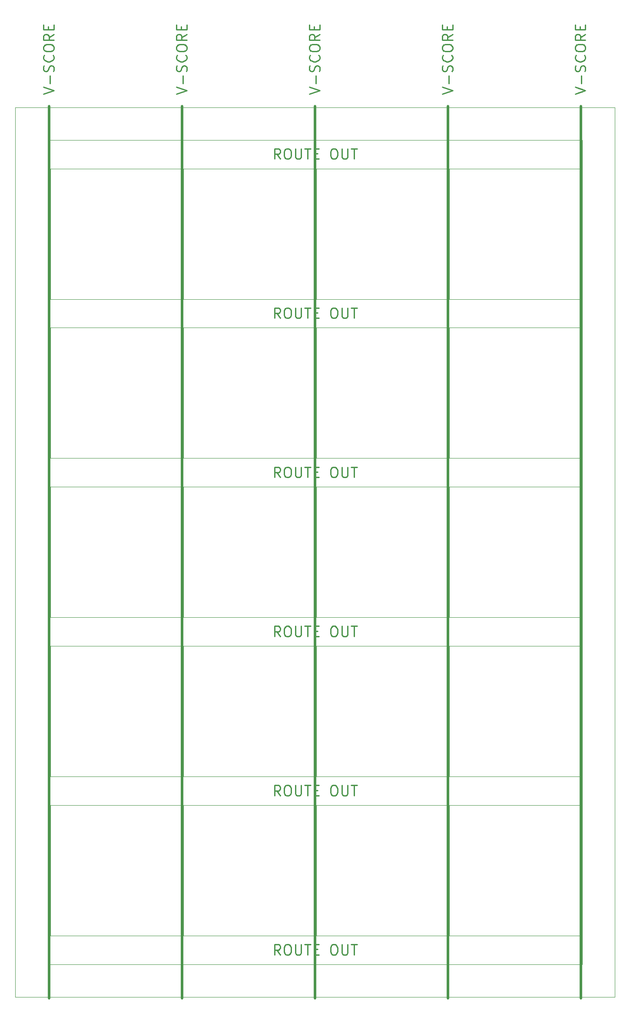
<source format=gko>
%TF.GenerationSoftware,KiCad,Pcbnew,8.0.8*%
%TF.CreationDate,2025-02-19T12:52:30-07:00*%
%TF.ProjectId,SparkFun_Audio_Player_Breakout_MY1690X-16S_panelized,53706172-6b46-4756-9e5f-417564696f5f,v10*%
%TF.SameCoordinates,Original*%
%TF.FileFunction,Soldermask,Bot*%
%TF.FilePolarity,Negative*%
%FSLAX46Y46*%
G04 Gerber Fmt 4.6, Leading zero omitted, Abs format (unit mm)*
G04 Created by KiCad (PCBNEW 8.0.8) date 2025-02-19 12:52:30*
%MOMM*%
%LPD*%
G01*
G04 APERTURE LIST*
%TA.AperFunction,Profile*%
%ADD10C,0.100000*%
%TD*%
%ADD11C,0.250000*%
%ADD12C,0.500000*%
G04 APERTURE END LIST*
D10*
X-500000Y-5580000D02*
X-500000Y154900000D01*
X103600000Y-5580000D02*
X-500000Y-5580000D01*
X103600000Y154900000D02*
X103600000Y-5580000D01*
X-500000Y154900000D02*
X103600000Y154900000D01*
X-6850000Y-11930000D02*
X-6850000Y161250000D01*
X109950000Y-11930000D02*
X-6850000Y-11930000D01*
X109950000Y161250000D02*
X109950000Y-11930000D01*
X-6850000Y161250000D02*
X109950000Y161250000D01*
X103100000Y123920000D02*
X103100000Y149320000D01*
X103100000Y92940000D02*
X103100000Y118340000D01*
X103100000Y61960000D02*
X103100000Y87360000D01*
X103100000Y30980000D02*
X103100000Y56380000D01*
X103100000Y0D02*
X103100000Y25400000D01*
X77200000Y123920000D02*
X77200000Y149320000D01*
X77200000Y92940000D02*
X77200000Y118340000D01*
X77200000Y61960000D02*
X77200000Y87360000D01*
X77200000Y30980000D02*
X77200000Y56380000D01*
X77200000Y0D02*
X77200000Y25400000D01*
X51300000Y123920000D02*
X51300000Y149320000D01*
X51300000Y92940000D02*
X51300000Y118340000D01*
X51300000Y61960000D02*
X51300000Y87360000D01*
X51300000Y30980000D02*
X51300000Y56380000D01*
X51300000Y0D02*
X51300000Y25400000D01*
X25400000Y123920000D02*
X25400000Y149320000D01*
X25400000Y92940000D02*
X25400000Y118340000D01*
X25400000Y61960000D02*
X25400000Y87360000D01*
X25400000Y30980000D02*
X25400000Y56380000D01*
X77700000Y123920000D02*
X103100000Y123920000D01*
X77700000Y92940000D02*
X103100000Y92940000D01*
X77700000Y61960000D02*
X103100000Y61960000D01*
X77700000Y30980000D02*
X103100000Y30980000D01*
X77700000Y0D02*
X103100000Y0D01*
X51800000Y123920000D02*
X77200000Y123920000D01*
X51800000Y92940000D02*
X77200000Y92940000D01*
X51800000Y61960000D02*
X77200000Y61960000D01*
X51800000Y30980000D02*
X77200000Y30980000D01*
X51800000Y0D02*
X77200000Y0D01*
X25900000Y123920000D02*
X51300000Y123920000D01*
X25900000Y92940000D02*
X51300000Y92940000D01*
X25900000Y61960000D02*
X51300000Y61960000D01*
X25900000Y30980000D02*
X51300000Y30980000D01*
X25900000Y0D02*
X51300000Y0D01*
X0Y123920000D02*
X25400000Y123920000D01*
X0Y92940000D02*
X25400000Y92940000D01*
X0Y61960000D02*
X25400000Y61960000D01*
X0Y30980000D02*
X25400000Y30980000D01*
X103100000Y149320000D02*
X77700000Y149320000D01*
X103100000Y118340000D02*
X77700000Y118340000D01*
X103100000Y87360000D02*
X77700000Y87360000D01*
X103100000Y56380000D02*
X77700000Y56380000D01*
X103100000Y25400000D02*
X77700000Y25400000D01*
X77200000Y149320000D02*
X51800000Y149320000D01*
X77200000Y118340000D02*
X51800000Y118340000D01*
X77200000Y87360000D02*
X51800000Y87360000D01*
X77200000Y56380000D02*
X51800000Y56380000D01*
X77200000Y25400000D02*
X51800000Y25400000D01*
X51300000Y149320000D02*
X25900000Y149320000D01*
X51300000Y118340000D02*
X25900000Y118340000D01*
X51300000Y87360000D02*
X25900000Y87360000D01*
X51300000Y56380000D02*
X25900000Y56380000D01*
X51300000Y25400000D02*
X25900000Y25400000D01*
X25400000Y149320000D02*
X0Y149320000D01*
X25400000Y118340000D02*
X0Y118340000D01*
X25400000Y87360000D02*
X0Y87360000D01*
X25400000Y56380000D02*
X0Y56380000D01*
X77700000Y149320000D02*
X77700000Y123920000D01*
X77700000Y118340000D02*
X77700000Y92940000D01*
X77700000Y87360000D02*
X77700000Y61960000D01*
X77700000Y56380000D02*
X77700000Y30980000D01*
X77700000Y25400000D02*
X77700000Y0D01*
X51800000Y149320000D02*
X51800000Y123920000D01*
X51800000Y118340000D02*
X51800000Y92940000D01*
X51800000Y87360000D02*
X51800000Y61960000D01*
X51800000Y56380000D02*
X51800000Y30980000D01*
X51800000Y25400000D02*
X51800000Y0D01*
X25900000Y149320000D02*
X25900000Y123920000D01*
X25900000Y118340000D02*
X25900000Y92940000D01*
X25900000Y87360000D02*
X25900000Y61960000D01*
X25900000Y56380000D02*
X25900000Y30980000D01*
X25900000Y25400000D02*
X25900000Y0D01*
X0Y149320000D02*
X0Y123920000D01*
X0Y118340000D02*
X0Y92940000D01*
X0Y87360000D02*
X0Y61960000D01*
X0Y56380000D02*
X0Y30980000D01*
X0Y25400000D02*
X0Y0D01*
X25400000Y25400000D02*
X0Y25400000D01*
X0Y0D02*
X25400000Y0D01*
X25400000Y0D02*
X25400000Y25400000D01*
D11*
X44788094Y-3702238D02*
X44121427Y-2749857D01*
X43645237Y-3702238D02*
X43645237Y-1702238D01*
X43645237Y-1702238D02*
X44407142Y-1702238D01*
X44407142Y-1702238D02*
X44597618Y-1797476D01*
X44597618Y-1797476D02*
X44692856Y-1892714D01*
X44692856Y-1892714D02*
X44788094Y-2083190D01*
X44788094Y-2083190D02*
X44788094Y-2368904D01*
X44788094Y-2368904D02*
X44692856Y-2559380D01*
X44692856Y-2559380D02*
X44597618Y-2654619D01*
X44597618Y-2654619D02*
X44407142Y-2749857D01*
X44407142Y-2749857D02*
X43645237Y-2749857D01*
X46026189Y-1702238D02*
X46407142Y-1702238D01*
X46407142Y-1702238D02*
X46597618Y-1797476D01*
X46597618Y-1797476D02*
X46788094Y-1987952D01*
X46788094Y-1987952D02*
X46883332Y-2368904D01*
X46883332Y-2368904D02*
X46883332Y-3035571D01*
X46883332Y-3035571D02*
X46788094Y-3416523D01*
X46788094Y-3416523D02*
X46597618Y-3607000D01*
X46597618Y-3607000D02*
X46407142Y-3702238D01*
X46407142Y-3702238D02*
X46026189Y-3702238D01*
X46026189Y-3702238D02*
X45835713Y-3607000D01*
X45835713Y-3607000D02*
X45645237Y-3416523D01*
X45645237Y-3416523D02*
X45549999Y-3035571D01*
X45549999Y-3035571D02*
X45549999Y-2368904D01*
X45549999Y-2368904D02*
X45645237Y-1987952D01*
X45645237Y-1987952D02*
X45835713Y-1797476D01*
X45835713Y-1797476D02*
X46026189Y-1702238D01*
X47740475Y-1702238D02*
X47740475Y-3321285D01*
X47740475Y-3321285D02*
X47835713Y-3511761D01*
X47835713Y-3511761D02*
X47930951Y-3607000D01*
X47930951Y-3607000D02*
X48121427Y-3702238D01*
X48121427Y-3702238D02*
X48502380Y-3702238D01*
X48502380Y-3702238D02*
X48692856Y-3607000D01*
X48692856Y-3607000D02*
X48788094Y-3511761D01*
X48788094Y-3511761D02*
X48883332Y-3321285D01*
X48883332Y-3321285D02*
X48883332Y-1702238D01*
X49549999Y-1702238D02*
X50692856Y-1702238D01*
X50121427Y-3702238D02*
X50121427Y-1702238D01*
X51359523Y-2654619D02*
X52026190Y-2654619D01*
X52311904Y-3702238D02*
X51359523Y-3702238D01*
X51359523Y-3702238D02*
X51359523Y-1702238D01*
X51359523Y-1702238D02*
X52311904Y-1702238D01*
X55073809Y-1702238D02*
X55454762Y-1702238D01*
X55454762Y-1702238D02*
X55645238Y-1797476D01*
X55645238Y-1797476D02*
X55835714Y-1987952D01*
X55835714Y-1987952D02*
X55930952Y-2368904D01*
X55930952Y-2368904D02*
X55930952Y-3035571D01*
X55930952Y-3035571D02*
X55835714Y-3416523D01*
X55835714Y-3416523D02*
X55645238Y-3607000D01*
X55645238Y-3607000D02*
X55454762Y-3702238D01*
X55454762Y-3702238D02*
X55073809Y-3702238D01*
X55073809Y-3702238D02*
X54883333Y-3607000D01*
X54883333Y-3607000D02*
X54692857Y-3416523D01*
X54692857Y-3416523D02*
X54597619Y-3035571D01*
X54597619Y-3035571D02*
X54597619Y-2368904D01*
X54597619Y-2368904D02*
X54692857Y-1987952D01*
X54692857Y-1987952D02*
X54883333Y-1797476D01*
X54883333Y-1797476D02*
X55073809Y-1702238D01*
X56788095Y-1702238D02*
X56788095Y-3321285D01*
X56788095Y-3321285D02*
X56883333Y-3511761D01*
X56883333Y-3511761D02*
X56978571Y-3607000D01*
X56978571Y-3607000D02*
X57169047Y-3702238D01*
X57169047Y-3702238D02*
X57550000Y-3702238D01*
X57550000Y-3702238D02*
X57740476Y-3607000D01*
X57740476Y-3607000D02*
X57835714Y-3511761D01*
X57835714Y-3511761D02*
X57930952Y-3321285D01*
X57930952Y-3321285D02*
X57930952Y-1702238D01*
X58597619Y-1702238D02*
X59740476Y-1702238D01*
X59169047Y-3702238D02*
X59169047Y-1702238D01*
X44788094Y27277762D02*
X44121427Y28230143D01*
X43645237Y27277762D02*
X43645237Y29277762D01*
X43645237Y29277762D02*
X44407142Y29277762D01*
X44407142Y29277762D02*
X44597618Y29182524D01*
X44597618Y29182524D02*
X44692856Y29087286D01*
X44692856Y29087286D02*
X44788094Y28896810D01*
X44788094Y28896810D02*
X44788094Y28611096D01*
X44788094Y28611096D02*
X44692856Y28420620D01*
X44692856Y28420620D02*
X44597618Y28325381D01*
X44597618Y28325381D02*
X44407142Y28230143D01*
X44407142Y28230143D02*
X43645237Y28230143D01*
X46026189Y29277762D02*
X46407142Y29277762D01*
X46407142Y29277762D02*
X46597618Y29182524D01*
X46597618Y29182524D02*
X46788094Y28992048D01*
X46788094Y28992048D02*
X46883332Y28611096D01*
X46883332Y28611096D02*
X46883332Y27944429D01*
X46883332Y27944429D02*
X46788094Y27563477D01*
X46788094Y27563477D02*
X46597618Y27373000D01*
X46597618Y27373000D02*
X46407142Y27277762D01*
X46407142Y27277762D02*
X46026189Y27277762D01*
X46026189Y27277762D02*
X45835713Y27373000D01*
X45835713Y27373000D02*
X45645237Y27563477D01*
X45645237Y27563477D02*
X45549999Y27944429D01*
X45549999Y27944429D02*
X45549999Y28611096D01*
X45549999Y28611096D02*
X45645237Y28992048D01*
X45645237Y28992048D02*
X45835713Y29182524D01*
X45835713Y29182524D02*
X46026189Y29277762D01*
X47740475Y29277762D02*
X47740475Y27658715D01*
X47740475Y27658715D02*
X47835713Y27468239D01*
X47835713Y27468239D02*
X47930951Y27373000D01*
X47930951Y27373000D02*
X48121427Y27277762D01*
X48121427Y27277762D02*
X48502380Y27277762D01*
X48502380Y27277762D02*
X48692856Y27373000D01*
X48692856Y27373000D02*
X48788094Y27468239D01*
X48788094Y27468239D02*
X48883332Y27658715D01*
X48883332Y27658715D02*
X48883332Y29277762D01*
X49549999Y29277762D02*
X50692856Y29277762D01*
X50121427Y27277762D02*
X50121427Y29277762D01*
X51359523Y28325381D02*
X52026190Y28325381D01*
X52311904Y27277762D02*
X51359523Y27277762D01*
X51359523Y27277762D02*
X51359523Y29277762D01*
X51359523Y29277762D02*
X52311904Y29277762D01*
X55073809Y29277762D02*
X55454762Y29277762D01*
X55454762Y29277762D02*
X55645238Y29182524D01*
X55645238Y29182524D02*
X55835714Y28992048D01*
X55835714Y28992048D02*
X55930952Y28611096D01*
X55930952Y28611096D02*
X55930952Y27944429D01*
X55930952Y27944429D02*
X55835714Y27563477D01*
X55835714Y27563477D02*
X55645238Y27373000D01*
X55645238Y27373000D02*
X55454762Y27277762D01*
X55454762Y27277762D02*
X55073809Y27277762D01*
X55073809Y27277762D02*
X54883333Y27373000D01*
X54883333Y27373000D02*
X54692857Y27563477D01*
X54692857Y27563477D02*
X54597619Y27944429D01*
X54597619Y27944429D02*
X54597619Y28611096D01*
X54597619Y28611096D02*
X54692857Y28992048D01*
X54692857Y28992048D02*
X54883333Y29182524D01*
X54883333Y29182524D02*
X55073809Y29277762D01*
X56788095Y29277762D02*
X56788095Y27658715D01*
X56788095Y27658715D02*
X56883333Y27468239D01*
X56883333Y27468239D02*
X56978571Y27373000D01*
X56978571Y27373000D02*
X57169047Y27277762D01*
X57169047Y27277762D02*
X57550000Y27277762D01*
X57550000Y27277762D02*
X57740476Y27373000D01*
X57740476Y27373000D02*
X57835714Y27468239D01*
X57835714Y27468239D02*
X57930952Y27658715D01*
X57930952Y27658715D02*
X57930952Y29277762D01*
X58597619Y29277762D02*
X59740476Y29277762D01*
X59169047Y27277762D02*
X59169047Y29277762D01*
X44788094Y58257762D02*
X44121427Y59210143D01*
X43645237Y58257762D02*
X43645237Y60257762D01*
X43645237Y60257762D02*
X44407142Y60257762D01*
X44407142Y60257762D02*
X44597618Y60162524D01*
X44597618Y60162524D02*
X44692856Y60067286D01*
X44692856Y60067286D02*
X44788094Y59876810D01*
X44788094Y59876810D02*
X44788094Y59591096D01*
X44788094Y59591096D02*
X44692856Y59400620D01*
X44692856Y59400620D02*
X44597618Y59305381D01*
X44597618Y59305381D02*
X44407142Y59210143D01*
X44407142Y59210143D02*
X43645237Y59210143D01*
X46026189Y60257762D02*
X46407142Y60257762D01*
X46407142Y60257762D02*
X46597618Y60162524D01*
X46597618Y60162524D02*
X46788094Y59972048D01*
X46788094Y59972048D02*
X46883332Y59591096D01*
X46883332Y59591096D02*
X46883332Y58924429D01*
X46883332Y58924429D02*
X46788094Y58543477D01*
X46788094Y58543477D02*
X46597618Y58353000D01*
X46597618Y58353000D02*
X46407142Y58257762D01*
X46407142Y58257762D02*
X46026189Y58257762D01*
X46026189Y58257762D02*
X45835713Y58353000D01*
X45835713Y58353000D02*
X45645237Y58543477D01*
X45645237Y58543477D02*
X45549999Y58924429D01*
X45549999Y58924429D02*
X45549999Y59591096D01*
X45549999Y59591096D02*
X45645237Y59972048D01*
X45645237Y59972048D02*
X45835713Y60162524D01*
X45835713Y60162524D02*
X46026189Y60257762D01*
X47740475Y60257762D02*
X47740475Y58638715D01*
X47740475Y58638715D02*
X47835713Y58448239D01*
X47835713Y58448239D02*
X47930951Y58353000D01*
X47930951Y58353000D02*
X48121427Y58257762D01*
X48121427Y58257762D02*
X48502380Y58257762D01*
X48502380Y58257762D02*
X48692856Y58353000D01*
X48692856Y58353000D02*
X48788094Y58448239D01*
X48788094Y58448239D02*
X48883332Y58638715D01*
X48883332Y58638715D02*
X48883332Y60257762D01*
X49549999Y60257762D02*
X50692856Y60257762D01*
X50121427Y58257762D02*
X50121427Y60257762D01*
X51359523Y59305381D02*
X52026190Y59305381D01*
X52311904Y58257762D02*
X51359523Y58257762D01*
X51359523Y58257762D02*
X51359523Y60257762D01*
X51359523Y60257762D02*
X52311904Y60257762D01*
X55073809Y60257762D02*
X55454762Y60257762D01*
X55454762Y60257762D02*
X55645238Y60162524D01*
X55645238Y60162524D02*
X55835714Y59972048D01*
X55835714Y59972048D02*
X55930952Y59591096D01*
X55930952Y59591096D02*
X55930952Y58924429D01*
X55930952Y58924429D02*
X55835714Y58543477D01*
X55835714Y58543477D02*
X55645238Y58353000D01*
X55645238Y58353000D02*
X55454762Y58257762D01*
X55454762Y58257762D02*
X55073809Y58257762D01*
X55073809Y58257762D02*
X54883333Y58353000D01*
X54883333Y58353000D02*
X54692857Y58543477D01*
X54692857Y58543477D02*
X54597619Y58924429D01*
X54597619Y58924429D02*
X54597619Y59591096D01*
X54597619Y59591096D02*
X54692857Y59972048D01*
X54692857Y59972048D02*
X54883333Y60162524D01*
X54883333Y60162524D02*
X55073809Y60257762D01*
X56788095Y60257762D02*
X56788095Y58638715D01*
X56788095Y58638715D02*
X56883333Y58448239D01*
X56883333Y58448239D02*
X56978571Y58353000D01*
X56978571Y58353000D02*
X57169047Y58257762D01*
X57169047Y58257762D02*
X57550000Y58257762D01*
X57550000Y58257762D02*
X57740476Y58353000D01*
X57740476Y58353000D02*
X57835714Y58448239D01*
X57835714Y58448239D02*
X57930952Y58638715D01*
X57930952Y58638715D02*
X57930952Y60257762D01*
X58597619Y60257762D02*
X59740476Y60257762D01*
X59169047Y58257762D02*
X59169047Y60257762D01*
X44788094Y89237762D02*
X44121427Y90190143D01*
X43645237Y89237762D02*
X43645237Y91237762D01*
X43645237Y91237762D02*
X44407142Y91237762D01*
X44407142Y91237762D02*
X44597618Y91142524D01*
X44597618Y91142524D02*
X44692856Y91047286D01*
X44692856Y91047286D02*
X44788094Y90856810D01*
X44788094Y90856810D02*
X44788094Y90571096D01*
X44788094Y90571096D02*
X44692856Y90380620D01*
X44692856Y90380620D02*
X44597618Y90285381D01*
X44597618Y90285381D02*
X44407142Y90190143D01*
X44407142Y90190143D02*
X43645237Y90190143D01*
X46026189Y91237762D02*
X46407142Y91237762D01*
X46407142Y91237762D02*
X46597618Y91142524D01*
X46597618Y91142524D02*
X46788094Y90952048D01*
X46788094Y90952048D02*
X46883332Y90571096D01*
X46883332Y90571096D02*
X46883332Y89904429D01*
X46883332Y89904429D02*
X46788094Y89523477D01*
X46788094Y89523477D02*
X46597618Y89333000D01*
X46597618Y89333000D02*
X46407142Y89237762D01*
X46407142Y89237762D02*
X46026189Y89237762D01*
X46026189Y89237762D02*
X45835713Y89333000D01*
X45835713Y89333000D02*
X45645237Y89523477D01*
X45645237Y89523477D02*
X45549999Y89904429D01*
X45549999Y89904429D02*
X45549999Y90571096D01*
X45549999Y90571096D02*
X45645237Y90952048D01*
X45645237Y90952048D02*
X45835713Y91142524D01*
X45835713Y91142524D02*
X46026189Y91237762D01*
X47740475Y91237762D02*
X47740475Y89618715D01*
X47740475Y89618715D02*
X47835713Y89428239D01*
X47835713Y89428239D02*
X47930951Y89333000D01*
X47930951Y89333000D02*
X48121427Y89237762D01*
X48121427Y89237762D02*
X48502380Y89237762D01*
X48502380Y89237762D02*
X48692856Y89333000D01*
X48692856Y89333000D02*
X48788094Y89428239D01*
X48788094Y89428239D02*
X48883332Y89618715D01*
X48883332Y89618715D02*
X48883332Y91237762D01*
X49549999Y91237762D02*
X50692856Y91237762D01*
X50121427Y89237762D02*
X50121427Y91237762D01*
X51359523Y90285381D02*
X52026190Y90285381D01*
X52311904Y89237762D02*
X51359523Y89237762D01*
X51359523Y89237762D02*
X51359523Y91237762D01*
X51359523Y91237762D02*
X52311904Y91237762D01*
X55073809Y91237762D02*
X55454762Y91237762D01*
X55454762Y91237762D02*
X55645238Y91142524D01*
X55645238Y91142524D02*
X55835714Y90952048D01*
X55835714Y90952048D02*
X55930952Y90571096D01*
X55930952Y90571096D02*
X55930952Y89904429D01*
X55930952Y89904429D02*
X55835714Y89523477D01*
X55835714Y89523477D02*
X55645238Y89333000D01*
X55645238Y89333000D02*
X55454762Y89237762D01*
X55454762Y89237762D02*
X55073809Y89237762D01*
X55073809Y89237762D02*
X54883333Y89333000D01*
X54883333Y89333000D02*
X54692857Y89523477D01*
X54692857Y89523477D02*
X54597619Y89904429D01*
X54597619Y89904429D02*
X54597619Y90571096D01*
X54597619Y90571096D02*
X54692857Y90952048D01*
X54692857Y90952048D02*
X54883333Y91142524D01*
X54883333Y91142524D02*
X55073809Y91237762D01*
X56788095Y91237762D02*
X56788095Y89618715D01*
X56788095Y89618715D02*
X56883333Y89428239D01*
X56883333Y89428239D02*
X56978571Y89333000D01*
X56978571Y89333000D02*
X57169047Y89237762D01*
X57169047Y89237762D02*
X57550000Y89237762D01*
X57550000Y89237762D02*
X57740476Y89333000D01*
X57740476Y89333000D02*
X57835714Y89428239D01*
X57835714Y89428239D02*
X57930952Y89618715D01*
X57930952Y89618715D02*
X57930952Y91237762D01*
X58597619Y91237762D02*
X59740476Y91237762D01*
X59169047Y89237762D02*
X59169047Y91237762D01*
X44788094Y120217761D02*
X44121427Y121170142D01*
X43645237Y120217761D02*
X43645237Y122217761D01*
X43645237Y122217761D02*
X44407142Y122217761D01*
X44407142Y122217761D02*
X44597618Y122122523D01*
X44597618Y122122523D02*
X44692856Y122027285D01*
X44692856Y122027285D02*
X44788094Y121836809D01*
X44788094Y121836809D02*
X44788094Y121551095D01*
X44788094Y121551095D02*
X44692856Y121360619D01*
X44692856Y121360619D02*
X44597618Y121265380D01*
X44597618Y121265380D02*
X44407142Y121170142D01*
X44407142Y121170142D02*
X43645237Y121170142D01*
X46026189Y122217761D02*
X46407142Y122217761D01*
X46407142Y122217761D02*
X46597618Y122122523D01*
X46597618Y122122523D02*
X46788094Y121932047D01*
X46788094Y121932047D02*
X46883332Y121551095D01*
X46883332Y121551095D02*
X46883332Y120884428D01*
X46883332Y120884428D02*
X46788094Y120503476D01*
X46788094Y120503476D02*
X46597618Y120313000D01*
X46597618Y120313000D02*
X46407142Y120217761D01*
X46407142Y120217761D02*
X46026189Y120217761D01*
X46026189Y120217761D02*
X45835713Y120313000D01*
X45835713Y120313000D02*
X45645237Y120503476D01*
X45645237Y120503476D02*
X45549999Y120884428D01*
X45549999Y120884428D02*
X45549999Y121551095D01*
X45549999Y121551095D02*
X45645237Y121932047D01*
X45645237Y121932047D02*
X45835713Y122122523D01*
X45835713Y122122523D02*
X46026189Y122217761D01*
X47740475Y122217761D02*
X47740475Y120598714D01*
X47740475Y120598714D02*
X47835713Y120408238D01*
X47835713Y120408238D02*
X47930951Y120313000D01*
X47930951Y120313000D02*
X48121427Y120217761D01*
X48121427Y120217761D02*
X48502380Y120217761D01*
X48502380Y120217761D02*
X48692856Y120313000D01*
X48692856Y120313000D02*
X48788094Y120408238D01*
X48788094Y120408238D02*
X48883332Y120598714D01*
X48883332Y120598714D02*
X48883332Y122217761D01*
X49549999Y122217761D02*
X50692856Y122217761D01*
X50121427Y120217761D02*
X50121427Y122217761D01*
X51359523Y121265380D02*
X52026190Y121265380D01*
X52311904Y120217761D02*
X51359523Y120217761D01*
X51359523Y120217761D02*
X51359523Y122217761D01*
X51359523Y122217761D02*
X52311904Y122217761D01*
X55073809Y122217761D02*
X55454762Y122217761D01*
X55454762Y122217761D02*
X55645238Y122122523D01*
X55645238Y122122523D02*
X55835714Y121932047D01*
X55835714Y121932047D02*
X55930952Y121551095D01*
X55930952Y121551095D02*
X55930952Y120884428D01*
X55930952Y120884428D02*
X55835714Y120503476D01*
X55835714Y120503476D02*
X55645238Y120313000D01*
X55645238Y120313000D02*
X55454762Y120217761D01*
X55454762Y120217761D02*
X55073809Y120217761D01*
X55073809Y120217761D02*
X54883333Y120313000D01*
X54883333Y120313000D02*
X54692857Y120503476D01*
X54692857Y120503476D02*
X54597619Y120884428D01*
X54597619Y120884428D02*
X54597619Y121551095D01*
X54597619Y121551095D02*
X54692857Y121932047D01*
X54692857Y121932047D02*
X54883333Y122122523D01*
X54883333Y122122523D02*
X55073809Y122217761D01*
X56788095Y122217761D02*
X56788095Y120598714D01*
X56788095Y120598714D02*
X56883333Y120408238D01*
X56883333Y120408238D02*
X56978571Y120313000D01*
X56978571Y120313000D02*
X57169047Y120217761D01*
X57169047Y120217761D02*
X57550000Y120217761D01*
X57550000Y120217761D02*
X57740476Y120313000D01*
X57740476Y120313000D02*
X57835714Y120408238D01*
X57835714Y120408238D02*
X57930952Y120598714D01*
X57930952Y120598714D02*
X57930952Y122217761D01*
X58597619Y122217761D02*
X59740476Y122217761D01*
X59169047Y120217761D02*
X59169047Y122217761D01*
X44788094Y151197761D02*
X44121427Y152150142D01*
X43645237Y151197761D02*
X43645237Y153197761D01*
X43645237Y153197761D02*
X44407142Y153197761D01*
X44407142Y153197761D02*
X44597618Y153102523D01*
X44597618Y153102523D02*
X44692856Y153007285D01*
X44692856Y153007285D02*
X44788094Y152816809D01*
X44788094Y152816809D02*
X44788094Y152531095D01*
X44788094Y152531095D02*
X44692856Y152340619D01*
X44692856Y152340619D02*
X44597618Y152245380D01*
X44597618Y152245380D02*
X44407142Y152150142D01*
X44407142Y152150142D02*
X43645237Y152150142D01*
X46026189Y153197761D02*
X46407142Y153197761D01*
X46407142Y153197761D02*
X46597618Y153102523D01*
X46597618Y153102523D02*
X46788094Y152912047D01*
X46788094Y152912047D02*
X46883332Y152531095D01*
X46883332Y152531095D02*
X46883332Y151864428D01*
X46883332Y151864428D02*
X46788094Y151483476D01*
X46788094Y151483476D02*
X46597618Y151293000D01*
X46597618Y151293000D02*
X46407142Y151197761D01*
X46407142Y151197761D02*
X46026189Y151197761D01*
X46026189Y151197761D02*
X45835713Y151293000D01*
X45835713Y151293000D02*
X45645237Y151483476D01*
X45645237Y151483476D02*
X45549999Y151864428D01*
X45549999Y151864428D02*
X45549999Y152531095D01*
X45549999Y152531095D02*
X45645237Y152912047D01*
X45645237Y152912047D02*
X45835713Y153102523D01*
X45835713Y153102523D02*
X46026189Y153197761D01*
X47740475Y153197761D02*
X47740475Y151578714D01*
X47740475Y151578714D02*
X47835713Y151388238D01*
X47835713Y151388238D02*
X47930951Y151293000D01*
X47930951Y151293000D02*
X48121427Y151197761D01*
X48121427Y151197761D02*
X48502380Y151197761D01*
X48502380Y151197761D02*
X48692856Y151293000D01*
X48692856Y151293000D02*
X48788094Y151388238D01*
X48788094Y151388238D02*
X48883332Y151578714D01*
X48883332Y151578714D02*
X48883332Y153197761D01*
X49549999Y153197761D02*
X50692856Y153197761D01*
X50121427Y151197761D02*
X50121427Y153197761D01*
X51359523Y152245380D02*
X52026190Y152245380D01*
X52311904Y151197761D02*
X51359523Y151197761D01*
X51359523Y151197761D02*
X51359523Y153197761D01*
X51359523Y153197761D02*
X52311904Y153197761D01*
X55073809Y153197761D02*
X55454762Y153197761D01*
X55454762Y153197761D02*
X55645238Y153102523D01*
X55645238Y153102523D02*
X55835714Y152912047D01*
X55835714Y152912047D02*
X55930952Y152531095D01*
X55930952Y152531095D02*
X55930952Y151864428D01*
X55930952Y151864428D02*
X55835714Y151483476D01*
X55835714Y151483476D02*
X55645238Y151293000D01*
X55645238Y151293000D02*
X55454762Y151197761D01*
X55454762Y151197761D02*
X55073809Y151197761D01*
X55073809Y151197761D02*
X54883333Y151293000D01*
X54883333Y151293000D02*
X54692857Y151483476D01*
X54692857Y151483476D02*
X54597619Y151864428D01*
X54597619Y151864428D02*
X54597619Y152531095D01*
X54597619Y152531095D02*
X54692857Y152912047D01*
X54692857Y152912047D02*
X54883333Y153102523D01*
X54883333Y153102523D02*
X55073809Y153197761D01*
X56788095Y153197761D02*
X56788095Y151578714D01*
X56788095Y151578714D02*
X56883333Y151388238D01*
X56883333Y151388238D02*
X56978571Y151293000D01*
X56978571Y151293000D02*
X57169047Y151197761D01*
X57169047Y151197761D02*
X57550000Y151197761D01*
X57550000Y151197761D02*
X57740476Y151293000D01*
X57740476Y151293000D02*
X57835714Y151388238D01*
X57835714Y151388238D02*
X57930952Y151578714D01*
X57930952Y151578714D02*
X57930952Y153197761D01*
X58597619Y153197761D02*
X59740476Y153197761D01*
X59169047Y151197761D02*
X59169047Y153197761D01*
X102262238Y163854949D02*
X104262238Y164521615D01*
X104262238Y164521615D02*
X102262238Y165188282D01*
X103500333Y165854949D02*
X103500333Y167378759D01*
X104167000Y168235901D02*
X104262238Y168521615D01*
X104262238Y168521615D02*
X104262238Y168997806D01*
X104262238Y168997806D02*
X104167000Y169188282D01*
X104167000Y169188282D02*
X104071761Y169283520D01*
X104071761Y169283520D02*
X103881285Y169378758D01*
X103881285Y169378758D02*
X103690809Y169378758D01*
X103690809Y169378758D02*
X103500333Y169283520D01*
X103500333Y169283520D02*
X103405095Y169188282D01*
X103405095Y169188282D02*
X103309857Y168997806D01*
X103309857Y168997806D02*
X103214619Y168616853D01*
X103214619Y168616853D02*
X103119380Y168426377D01*
X103119380Y168426377D02*
X103024142Y168331139D01*
X103024142Y168331139D02*
X102833666Y168235901D01*
X102833666Y168235901D02*
X102643190Y168235901D01*
X102643190Y168235901D02*
X102452714Y168331139D01*
X102452714Y168331139D02*
X102357476Y168426377D01*
X102357476Y168426377D02*
X102262238Y168616853D01*
X102262238Y168616853D02*
X102262238Y169093044D01*
X102262238Y169093044D02*
X102357476Y169378758D01*
X104071761Y171378758D02*
X104167000Y171283520D01*
X104167000Y171283520D02*
X104262238Y170997806D01*
X104262238Y170997806D02*
X104262238Y170807330D01*
X104262238Y170807330D02*
X104167000Y170521615D01*
X104167000Y170521615D02*
X103976523Y170331139D01*
X103976523Y170331139D02*
X103786047Y170235901D01*
X103786047Y170235901D02*
X103405095Y170140663D01*
X103405095Y170140663D02*
X103119380Y170140663D01*
X103119380Y170140663D02*
X102738428Y170235901D01*
X102738428Y170235901D02*
X102547952Y170331139D01*
X102547952Y170331139D02*
X102357476Y170521615D01*
X102357476Y170521615D02*
X102262238Y170807330D01*
X102262238Y170807330D02*
X102262238Y170997806D01*
X102262238Y170997806D02*
X102357476Y171283520D01*
X102357476Y171283520D02*
X102452714Y171378758D01*
X102262238Y172616853D02*
X102262238Y172997806D01*
X102262238Y172997806D02*
X102357476Y173188282D01*
X102357476Y173188282D02*
X102547952Y173378758D01*
X102547952Y173378758D02*
X102928904Y173473996D01*
X102928904Y173473996D02*
X103595571Y173473996D01*
X103595571Y173473996D02*
X103976523Y173378758D01*
X103976523Y173378758D02*
X104167000Y173188282D01*
X104167000Y173188282D02*
X104262238Y172997806D01*
X104262238Y172997806D02*
X104262238Y172616853D01*
X104262238Y172616853D02*
X104167000Y172426377D01*
X104167000Y172426377D02*
X103976523Y172235901D01*
X103976523Y172235901D02*
X103595571Y172140663D01*
X103595571Y172140663D02*
X102928904Y172140663D01*
X102928904Y172140663D02*
X102547952Y172235901D01*
X102547952Y172235901D02*
X102357476Y172426377D01*
X102357476Y172426377D02*
X102262238Y172616853D01*
X104262238Y175473996D02*
X103309857Y174807329D01*
X104262238Y174331139D02*
X102262238Y174331139D01*
X102262238Y174331139D02*
X102262238Y175093044D01*
X102262238Y175093044D02*
X102357476Y175283520D01*
X102357476Y175283520D02*
X102452714Y175378758D01*
X102452714Y175378758D02*
X102643190Y175473996D01*
X102643190Y175473996D02*
X102928904Y175473996D01*
X102928904Y175473996D02*
X103119380Y175378758D01*
X103119380Y175378758D02*
X103214619Y175283520D01*
X103214619Y175283520D02*
X103309857Y175093044D01*
X103309857Y175093044D02*
X103309857Y174331139D01*
X103214619Y176331139D02*
X103214619Y176997806D01*
X104262238Y177283520D02*
X104262238Y176331139D01*
X104262238Y176331139D02*
X102262238Y176331139D01*
X102262238Y176331139D02*
X102262238Y177283520D01*
D12*
X103350000Y161500000D02*
X103350000Y-12180000D01*
D11*
X76362238Y163854949D02*
X78362238Y164521615D01*
X78362238Y164521615D02*
X76362238Y165188282D01*
X77600333Y165854949D02*
X77600333Y167378759D01*
X78267000Y168235901D02*
X78362238Y168521615D01*
X78362238Y168521615D02*
X78362238Y168997806D01*
X78362238Y168997806D02*
X78267000Y169188282D01*
X78267000Y169188282D02*
X78171761Y169283520D01*
X78171761Y169283520D02*
X77981285Y169378758D01*
X77981285Y169378758D02*
X77790809Y169378758D01*
X77790809Y169378758D02*
X77600333Y169283520D01*
X77600333Y169283520D02*
X77505095Y169188282D01*
X77505095Y169188282D02*
X77409857Y168997806D01*
X77409857Y168997806D02*
X77314619Y168616853D01*
X77314619Y168616853D02*
X77219380Y168426377D01*
X77219380Y168426377D02*
X77124142Y168331139D01*
X77124142Y168331139D02*
X76933666Y168235901D01*
X76933666Y168235901D02*
X76743190Y168235901D01*
X76743190Y168235901D02*
X76552714Y168331139D01*
X76552714Y168331139D02*
X76457476Y168426377D01*
X76457476Y168426377D02*
X76362238Y168616853D01*
X76362238Y168616853D02*
X76362238Y169093044D01*
X76362238Y169093044D02*
X76457476Y169378758D01*
X78171761Y171378758D02*
X78267000Y171283520D01*
X78267000Y171283520D02*
X78362238Y170997806D01*
X78362238Y170997806D02*
X78362238Y170807330D01*
X78362238Y170807330D02*
X78267000Y170521615D01*
X78267000Y170521615D02*
X78076523Y170331139D01*
X78076523Y170331139D02*
X77886047Y170235901D01*
X77886047Y170235901D02*
X77505095Y170140663D01*
X77505095Y170140663D02*
X77219380Y170140663D01*
X77219380Y170140663D02*
X76838428Y170235901D01*
X76838428Y170235901D02*
X76647952Y170331139D01*
X76647952Y170331139D02*
X76457476Y170521615D01*
X76457476Y170521615D02*
X76362238Y170807330D01*
X76362238Y170807330D02*
X76362238Y170997806D01*
X76362238Y170997806D02*
X76457476Y171283520D01*
X76457476Y171283520D02*
X76552714Y171378758D01*
X76362238Y172616853D02*
X76362238Y172997806D01*
X76362238Y172997806D02*
X76457476Y173188282D01*
X76457476Y173188282D02*
X76647952Y173378758D01*
X76647952Y173378758D02*
X77028904Y173473996D01*
X77028904Y173473996D02*
X77695571Y173473996D01*
X77695571Y173473996D02*
X78076523Y173378758D01*
X78076523Y173378758D02*
X78267000Y173188282D01*
X78267000Y173188282D02*
X78362238Y172997806D01*
X78362238Y172997806D02*
X78362238Y172616853D01*
X78362238Y172616853D02*
X78267000Y172426377D01*
X78267000Y172426377D02*
X78076523Y172235901D01*
X78076523Y172235901D02*
X77695571Y172140663D01*
X77695571Y172140663D02*
X77028904Y172140663D01*
X77028904Y172140663D02*
X76647952Y172235901D01*
X76647952Y172235901D02*
X76457476Y172426377D01*
X76457476Y172426377D02*
X76362238Y172616853D01*
X78362238Y175473996D02*
X77409857Y174807329D01*
X78362238Y174331139D02*
X76362238Y174331139D01*
X76362238Y174331139D02*
X76362238Y175093044D01*
X76362238Y175093044D02*
X76457476Y175283520D01*
X76457476Y175283520D02*
X76552714Y175378758D01*
X76552714Y175378758D02*
X76743190Y175473996D01*
X76743190Y175473996D02*
X77028904Y175473996D01*
X77028904Y175473996D02*
X77219380Y175378758D01*
X77219380Y175378758D02*
X77314619Y175283520D01*
X77314619Y175283520D02*
X77409857Y175093044D01*
X77409857Y175093044D02*
X77409857Y174331139D01*
X77314619Y176331139D02*
X77314619Y176997806D01*
X78362238Y177283520D02*
X78362238Y176331139D01*
X78362238Y176331139D02*
X76362238Y176331139D01*
X76362238Y176331139D02*
X76362238Y177283520D01*
D12*
X77450000Y161500000D02*
X77450000Y-12180000D01*
D11*
X50462238Y163854949D02*
X52462238Y164521615D01*
X52462238Y164521615D02*
X50462238Y165188282D01*
X51700333Y165854949D02*
X51700333Y167378759D01*
X52367000Y168235901D02*
X52462238Y168521615D01*
X52462238Y168521615D02*
X52462238Y168997806D01*
X52462238Y168997806D02*
X52367000Y169188282D01*
X52367000Y169188282D02*
X52271761Y169283520D01*
X52271761Y169283520D02*
X52081285Y169378758D01*
X52081285Y169378758D02*
X51890809Y169378758D01*
X51890809Y169378758D02*
X51700333Y169283520D01*
X51700333Y169283520D02*
X51605095Y169188282D01*
X51605095Y169188282D02*
X51509857Y168997806D01*
X51509857Y168997806D02*
X51414619Y168616853D01*
X51414619Y168616853D02*
X51319380Y168426377D01*
X51319380Y168426377D02*
X51224142Y168331139D01*
X51224142Y168331139D02*
X51033666Y168235901D01*
X51033666Y168235901D02*
X50843190Y168235901D01*
X50843190Y168235901D02*
X50652714Y168331139D01*
X50652714Y168331139D02*
X50557476Y168426377D01*
X50557476Y168426377D02*
X50462238Y168616853D01*
X50462238Y168616853D02*
X50462238Y169093044D01*
X50462238Y169093044D02*
X50557476Y169378758D01*
X52271761Y171378758D02*
X52367000Y171283520D01*
X52367000Y171283520D02*
X52462238Y170997806D01*
X52462238Y170997806D02*
X52462238Y170807330D01*
X52462238Y170807330D02*
X52367000Y170521615D01*
X52367000Y170521615D02*
X52176523Y170331139D01*
X52176523Y170331139D02*
X51986047Y170235901D01*
X51986047Y170235901D02*
X51605095Y170140663D01*
X51605095Y170140663D02*
X51319380Y170140663D01*
X51319380Y170140663D02*
X50938428Y170235901D01*
X50938428Y170235901D02*
X50747952Y170331139D01*
X50747952Y170331139D02*
X50557476Y170521615D01*
X50557476Y170521615D02*
X50462238Y170807330D01*
X50462238Y170807330D02*
X50462238Y170997806D01*
X50462238Y170997806D02*
X50557476Y171283520D01*
X50557476Y171283520D02*
X50652714Y171378758D01*
X50462238Y172616853D02*
X50462238Y172997806D01*
X50462238Y172997806D02*
X50557476Y173188282D01*
X50557476Y173188282D02*
X50747952Y173378758D01*
X50747952Y173378758D02*
X51128904Y173473996D01*
X51128904Y173473996D02*
X51795571Y173473996D01*
X51795571Y173473996D02*
X52176523Y173378758D01*
X52176523Y173378758D02*
X52367000Y173188282D01*
X52367000Y173188282D02*
X52462238Y172997806D01*
X52462238Y172997806D02*
X52462238Y172616853D01*
X52462238Y172616853D02*
X52367000Y172426377D01*
X52367000Y172426377D02*
X52176523Y172235901D01*
X52176523Y172235901D02*
X51795571Y172140663D01*
X51795571Y172140663D02*
X51128904Y172140663D01*
X51128904Y172140663D02*
X50747952Y172235901D01*
X50747952Y172235901D02*
X50557476Y172426377D01*
X50557476Y172426377D02*
X50462238Y172616853D01*
X52462238Y175473996D02*
X51509857Y174807329D01*
X52462238Y174331139D02*
X50462238Y174331139D01*
X50462238Y174331139D02*
X50462238Y175093044D01*
X50462238Y175093044D02*
X50557476Y175283520D01*
X50557476Y175283520D02*
X50652714Y175378758D01*
X50652714Y175378758D02*
X50843190Y175473996D01*
X50843190Y175473996D02*
X51128904Y175473996D01*
X51128904Y175473996D02*
X51319380Y175378758D01*
X51319380Y175378758D02*
X51414619Y175283520D01*
X51414619Y175283520D02*
X51509857Y175093044D01*
X51509857Y175093044D02*
X51509857Y174331139D01*
X51414619Y176331139D02*
X51414619Y176997806D01*
X52462238Y177283520D02*
X52462238Y176331139D01*
X52462238Y176331139D02*
X50462238Y176331139D01*
X50462238Y176331139D02*
X50462238Y177283520D01*
D12*
X51550000Y161500000D02*
X51550000Y-12180000D01*
D11*
X24562238Y163854949D02*
X26562238Y164521615D01*
X26562238Y164521615D02*
X24562238Y165188282D01*
X25800333Y165854949D02*
X25800333Y167378759D01*
X26467000Y168235901D02*
X26562238Y168521615D01*
X26562238Y168521615D02*
X26562238Y168997806D01*
X26562238Y168997806D02*
X26467000Y169188282D01*
X26467000Y169188282D02*
X26371761Y169283520D01*
X26371761Y169283520D02*
X26181285Y169378758D01*
X26181285Y169378758D02*
X25990809Y169378758D01*
X25990809Y169378758D02*
X25800333Y169283520D01*
X25800333Y169283520D02*
X25705095Y169188282D01*
X25705095Y169188282D02*
X25609857Y168997806D01*
X25609857Y168997806D02*
X25514619Y168616853D01*
X25514619Y168616853D02*
X25419380Y168426377D01*
X25419380Y168426377D02*
X25324142Y168331139D01*
X25324142Y168331139D02*
X25133666Y168235901D01*
X25133666Y168235901D02*
X24943190Y168235901D01*
X24943190Y168235901D02*
X24752714Y168331139D01*
X24752714Y168331139D02*
X24657476Y168426377D01*
X24657476Y168426377D02*
X24562238Y168616853D01*
X24562238Y168616853D02*
X24562238Y169093044D01*
X24562238Y169093044D02*
X24657476Y169378758D01*
X26371761Y171378758D02*
X26467000Y171283520D01*
X26467000Y171283520D02*
X26562238Y170997806D01*
X26562238Y170997806D02*
X26562238Y170807330D01*
X26562238Y170807330D02*
X26467000Y170521615D01*
X26467000Y170521615D02*
X26276523Y170331139D01*
X26276523Y170331139D02*
X26086047Y170235901D01*
X26086047Y170235901D02*
X25705095Y170140663D01*
X25705095Y170140663D02*
X25419380Y170140663D01*
X25419380Y170140663D02*
X25038428Y170235901D01*
X25038428Y170235901D02*
X24847952Y170331139D01*
X24847952Y170331139D02*
X24657476Y170521615D01*
X24657476Y170521615D02*
X24562238Y170807330D01*
X24562238Y170807330D02*
X24562238Y170997806D01*
X24562238Y170997806D02*
X24657476Y171283520D01*
X24657476Y171283520D02*
X24752714Y171378758D01*
X24562238Y172616853D02*
X24562238Y172997806D01*
X24562238Y172997806D02*
X24657476Y173188282D01*
X24657476Y173188282D02*
X24847952Y173378758D01*
X24847952Y173378758D02*
X25228904Y173473996D01*
X25228904Y173473996D02*
X25895571Y173473996D01*
X25895571Y173473996D02*
X26276523Y173378758D01*
X26276523Y173378758D02*
X26467000Y173188282D01*
X26467000Y173188282D02*
X26562238Y172997806D01*
X26562238Y172997806D02*
X26562238Y172616853D01*
X26562238Y172616853D02*
X26467000Y172426377D01*
X26467000Y172426377D02*
X26276523Y172235901D01*
X26276523Y172235901D02*
X25895571Y172140663D01*
X25895571Y172140663D02*
X25228904Y172140663D01*
X25228904Y172140663D02*
X24847952Y172235901D01*
X24847952Y172235901D02*
X24657476Y172426377D01*
X24657476Y172426377D02*
X24562238Y172616853D01*
X26562238Y175473996D02*
X25609857Y174807329D01*
X26562238Y174331139D02*
X24562238Y174331139D01*
X24562238Y174331139D02*
X24562238Y175093044D01*
X24562238Y175093044D02*
X24657476Y175283520D01*
X24657476Y175283520D02*
X24752714Y175378758D01*
X24752714Y175378758D02*
X24943190Y175473996D01*
X24943190Y175473996D02*
X25228904Y175473996D01*
X25228904Y175473996D02*
X25419380Y175378758D01*
X25419380Y175378758D02*
X25514619Y175283520D01*
X25514619Y175283520D02*
X25609857Y175093044D01*
X25609857Y175093044D02*
X25609857Y174331139D01*
X25514619Y176331139D02*
X25514619Y176997806D01*
X26562238Y177283520D02*
X26562238Y176331139D01*
X26562238Y176331139D02*
X24562238Y176331139D01*
X24562238Y176331139D02*
X24562238Y177283520D01*
D12*
X25650000Y161500000D02*
X25650000Y-12180000D01*
D11*
X-1337762Y163854949D02*
X662238Y164521615D01*
X662238Y164521615D02*
X-1337762Y165188282D01*
X-99667Y165854949D02*
X-99667Y167378759D01*
X567000Y168235901D02*
X662238Y168521615D01*
X662238Y168521615D02*
X662238Y168997806D01*
X662238Y168997806D02*
X567000Y169188282D01*
X567000Y169188282D02*
X471761Y169283520D01*
X471761Y169283520D02*
X281285Y169378758D01*
X281285Y169378758D02*
X90809Y169378758D01*
X90809Y169378758D02*
X-99667Y169283520D01*
X-99667Y169283520D02*
X-194905Y169188282D01*
X-194905Y169188282D02*
X-290143Y168997806D01*
X-290143Y168997806D02*
X-385381Y168616853D01*
X-385381Y168616853D02*
X-480620Y168426377D01*
X-480620Y168426377D02*
X-575858Y168331139D01*
X-575858Y168331139D02*
X-766334Y168235901D01*
X-766334Y168235901D02*
X-956810Y168235901D01*
X-956810Y168235901D02*
X-1147286Y168331139D01*
X-1147286Y168331139D02*
X-1242524Y168426377D01*
X-1242524Y168426377D02*
X-1337762Y168616853D01*
X-1337762Y168616853D02*
X-1337762Y169093044D01*
X-1337762Y169093044D02*
X-1242524Y169378758D01*
X471761Y171378758D02*
X567000Y171283520D01*
X567000Y171283520D02*
X662238Y170997806D01*
X662238Y170997806D02*
X662238Y170807330D01*
X662238Y170807330D02*
X567000Y170521615D01*
X567000Y170521615D02*
X376523Y170331139D01*
X376523Y170331139D02*
X186047Y170235901D01*
X186047Y170235901D02*
X-194905Y170140663D01*
X-194905Y170140663D02*
X-480620Y170140663D01*
X-480620Y170140663D02*
X-861572Y170235901D01*
X-861572Y170235901D02*
X-1052048Y170331139D01*
X-1052048Y170331139D02*
X-1242524Y170521615D01*
X-1242524Y170521615D02*
X-1337762Y170807330D01*
X-1337762Y170807330D02*
X-1337762Y170997806D01*
X-1337762Y170997806D02*
X-1242524Y171283520D01*
X-1242524Y171283520D02*
X-1147286Y171378758D01*
X-1337762Y172616853D02*
X-1337762Y172997806D01*
X-1337762Y172997806D02*
X-1242524Y173188282D01*
X-1242524Y173188282D02*
X-1052048Y173378758D01*
X-1052048Y173378758D02*
X-671096Y173473996D01*
X-671096Y173473996D02*
X-4429Y173473996D01*
X-4429Y173473996D02*
X376523Y173378758D01*
X376523Y173378758D02*
X567000Y173188282D01*
X567000Y173188282D02*
X662238Y172997806D01*
X662238Y172997806D02*
X662238Y172616853D01*
X662238Y172616853D02*
X567000Y172426377D01*
X567000Y172426377D02*
X376523Y172235901D01*
X376523Y172235901D02*
X-4429Y172140663D01*
X-4429Y172140663D02*
X-671096Y172140663D01*
X-671096Y172140663D02*
X-1052048Y172235901D01*
X-1052048Y172235901D02*
X-1242524Y172426377D01*
X-1242524Y172426377D02*
X-1337762Y172616853D01*
X662238Y175473996D02*
X-290143Y174807329D01*
X662238Y174331139D02*
X-1337762Y174331139D01*
X-1337762Y174331139D02*
X-1337762Y175093044D01*
X-1337762Y175093044D02*
X-1242524Y175283520D01*
X-1242524Y175283520D02*
X-1147286Y175378758D01*
X-1147286Y175378758D02*
X-956810Y175473996D01*
X-956810Y175473996D02*
X-671096Y175473996D01*
X-671096Y175473996D02*
X-480620Y175378758D01*
X-480620Y175378758D02*
X-385381Y175283520D01*
X-385381Y175283520D02*
X-290143Y175093044D01*
X-290143Y175093044D02*
X-290143Y174331139D01*
X-385381Y176331139D02*
X-385381Y176997806D01*
X662238Y177283520D02*
X662238Y176331139D01*
X662238Y176331139D02*
X-1337762Y176331139D01*
X-1337762Y176331139D02*
X-1337762Y177283520D01*
D12*
X-250000Y161500000D02*
X-250000Y-12180000D01*
M02*

</source>
